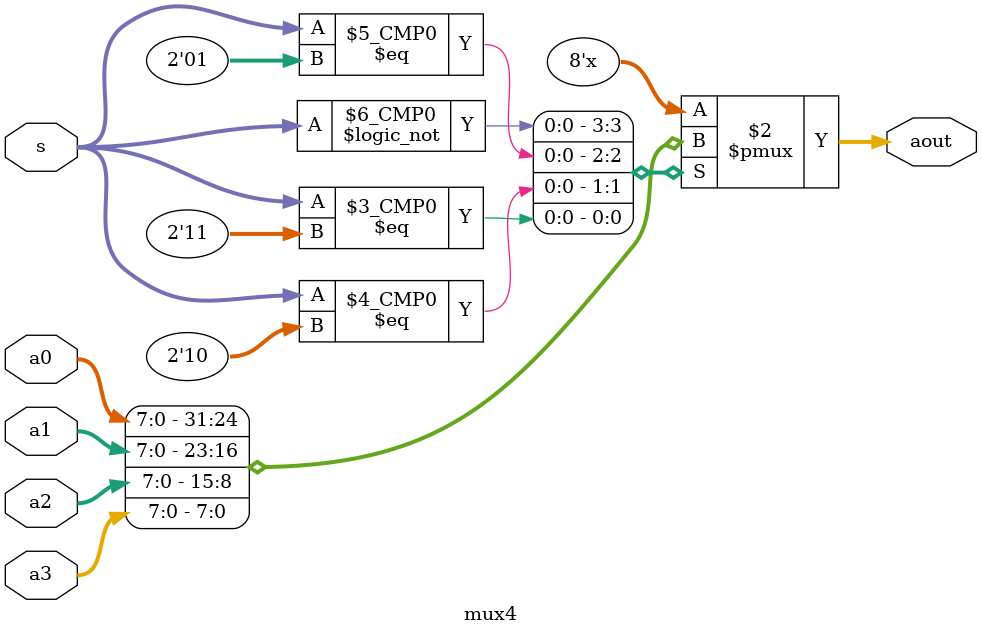
<source format=sv>
module mux4 # (parameter N=8)
              (input logic [N-1:0] a0, a1, a2, a3,
               input logic [1:0] s,
               output logic [N-1:0] aout);
  always_comb
    case(s)
      2'b00 : aout <= a0;
      2'b01 : aout <= a1;
      2'b10 : aout <= a2;
      2'b11 : aout <= a3;
      default: aout <= 32'bx;
    endcase
endmodule
      

</source>
